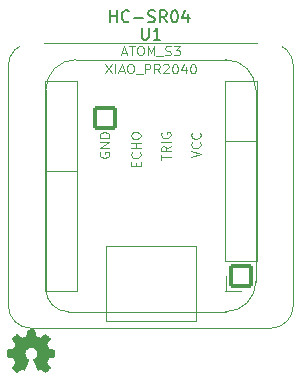
<source format=gto>
G04 #@! TF.GenerationSoftware,KiCad,Pcbnew,7.0.5-0*
G04 #@! TF.CreationDate,2024-01-10T22:08:28+09:00*
G04 #@! TF.ProjectId,Misawa_DistanceSensor,4d697361-7761-45f4-9469-7374616e6365,v0.3*
G04 #@! TF.SameCoordinates,Original*
G04 #@! TF.FileFunction,Legend,Top*
G04 #@! TF.FilePolarity,Positive*
%FSLAX46Y46*%
G04 Gerber Fmt 4.6, Leading zero omitted, Abs format (unit mm)*
G04 Created by KiCad (PCBNEW 7.0.5-0) date 2024-01-10 22:08:28*
%MOMM*%
%LPD*%
G01*
G04 APERTURE LIST*
G04 Aperture macros list*
%AMRoundRect*
0 Rectangle with rounded corners*
0 $1 Rounding radius*
0 $2 $3 $4 $5 $6 $7 $8 $9 X,Y pos of 4 corners*
0 Add a 4 corners polygon primitive as box body*
4,1,4,$2,$3,$4,$5,$6,$7,$8,$9,$2,$3,0*
0 Add four circle primitives for the rounded corners*
1,1,$1+$1,$2,$3*
1,1,$1+$1,$4,$5*
1,1,$1+$1,$6,$7*
1,1,$1+$1,$8,$9*
0 Add four rect primitives between the rounded corners*
20,1,$1+$1,$2,$3,$4,$5,0*
20,1,$1+$1,$4,$5,$6,$7,0*
20,1,$1+$1,$6,$7,$8,$9,0*
20,1,$1+$1,$8,$9,$2,$3,0*%
G04 Aperture macros list end*
%ADD10C,0.150000*%
%ADD11C,0.100000*%
%ADD12C,0.002540*%
%ADD13C,0.120000*%
%ADD14C,2.600000*%
%ADD15RoundRect,0.200000X-0.850000X-0.850000X0.850000X-0.850000X0.850000X0.850000X-0.850000X0.850000X0*%
%ADD16O,2.100000X2.100000*%
%ADD17RoundRect,0.200000X-0.850000X0.850000X-0.850000X-0.850000X0.850000X-0.850000X0.850000X0.850000X0*%
G04 APERTURE END LIST*
D10*
X113239667Y-97563819D02*
X113239667Y-96563819D01*
X113239667Y-97040009D02*
X113811095Y-97040009D01*
X113811095Y-97563819D02*
X113811095Y-96563819D01*
X114858714Y-97468580D02*
X114811095Y-97516200D01*
X114811095Y-97516200D02*
X114668238Y-97563819D01*
X114668238Y-97563819D02*
X114573000Y-97563819D01*
X114573000Y-97563819D02*
X114430143Y-97516200D01*
X114430143Y-97516200D02*
X114334905Y-97420961D01*
X114334905Y-97420961D02*
X114287286Y-97325723D01*
X114287286Y-97325723D02*
X114239667Y-97135247D01*
X114239667Y-97135247D02*
X114239667Y-96992390D01*
X114239667Y-96992390D02*
X114287286Y-96801914D01*
X114287286Y-96801914D02*
X114334905Y-96706676D01*
X114334905Y-96706676D02*
X114430143Y-96611438D01*
X114430143Y-96611438D02*
X114573000Y-96563819D01*
X114573000Y-96563819D02*
X114668238Y-96563819D01*
X114668238Y-96563819D02*
X114811095Y-96611438D01*
X114811095Y-96611438D02*
X114858714Y-96659057D01*
X115287286Y-97182866D02*
X116049191Y-97182866D01*
X116477762Y-97516200D02*
X116620619Y-97563819D01*
X116620619Y-97563819D02*
X116858714Y-97563819D01*
X116858714Y-97563819D02*
X116953952Y-97516200D01*
X116953952Y-97516200D02*
X117001571Y-97468580D01*
X117001571Y-97468580D02*
X117049190Y-97373342D01*
X117049190Y-97373342D02*
X117049190Y-97278104D01*
X117049190Y-97278104D02*
X117001571Y-97182866D01*
X117001571Y-97182866D02*
X116953952Y-97135247D01*
X116953952Y-97135247D02*
X116858714Y-97087628D01*
X116858714Y-97087628D02*
X116668238Y-97040009D01*
X116668238Y-97040009D02*
X116573000Y-96992390D01*
X116573000Y-96992390D02*
X116525381Y-96944771D01*
X116525381Y-96944771D02*
X116477762Y-96849533D01*
X116477762Y-96849533D02*
X116477762Y-96754295D01*
X116477762Y-96754295D02*
X116525381Y-96659057D01*
X116525381Y-96659057D02*
X116573000Y-96611438D01*
X116573000Y-96611438D02*
X116668238Y-96563819D01*
X116668238Y-96563819D02*
X116906333Y-96563819D01*
X116906333Y-96563819D02*
X117049190Y-96611438D01*
X118049190Y-97563819D02*
X117715857Y-97087628D01*
X117477762Y-97563819D02*
X117477762Y-96563819D01*
X117477762Y-96563819D02*
X117858714Y-96563819D01*
X117858714Y-96563819D02*
X117953952Y-96611438D01*
X117953952Y-96611438D02*
X118001571Y-96659057D01*
X118001571Y-96659057D02*
X118049190Y-96754295D01*
X118049190Y-96754295D02*
X118049190Y-96897152D01*
X118049190Y-96897152D02*
X118001571Y-96992390D01*
X118001571Y-96992390D02*
X117953952Y-97040009D01*
X117953952Y-97040009D02*
X117858714Y-97087628D01*
X117858714Y-97087628D02*
X117477762Y-97087628D01*
X118668238Y-96563819D02*
X118763476Y-96563819D01*
X118763476Y-96563819D02*
X118858714Y-96611438D01*
X118858714Y-96611438D02*
X118906333Y-96659057D01*
X118906333Y-96659057D02*
X118953952Y-96754295D01*
X118953952Y-96754295D02*
X119001571Y-96944771D01*
X119001571Y-96944771D02*
X119001571Y-97182866D01*
X119001571Y-97182866D02*
X118953952Y-97373342D01*
X118953952Y-97373342D02*
X118906333Y-97468580D01*
X118906333Y-97468580D02*
X118858714Y-97516200D01*
X118858714Y-97516200D02*
X118763476Y-97563819D01*
X118763476Y-97563819D02*
X118668238Y-97563819D01*
X118668238Y-97563819D02*
X118573000Y-97516200D01*
X118573000Y-97516200D02*
X118525381Y-97468580D01*
X118525381Y-97468580D02*
X118477762Y-97373342D01*
X118477762Y-97373342D02*
X118430143Y-97182866D01*
X118430143Y-97182866D02*
X118430143Y-96944771D01*
X118430143Y-96944771D02*
X118477762Y-96754295D01*
X118477762Y-96754295D02*
X118525381Y-96659057D01*
X118525381Y-96659057D02*
X118573000Y-96611438D01*
X118573000Y-96611438D02*
X118668238Y-96563819D01*
X119858714Y-96897152D02*
X119858714Y-97563819D01*
X119620619Y-96516200D02*
X119382524Y-97230485D01*
X119382524Y-97230485D02*
X120001571Y-97230485D01*
D11*
X115415847Y-109756734D02*
X115415847Y-109490068D01*
X115834895Y-109375782D02*
X115834895Y-109756734D01*
X115834895Y-109756734D02*
X115034895Y-109756734D01*
X115034895Y-109756734D02*
X115034895Y-109375782D01*
X115758704Y-108575781D02*
X115796800Y-108613877D01*
X115796800Y-108613877D02*
X115834895Y-108728162D01*
X115834895Y-108728162D02*
X115834895Y-108804353D01*
X115834895Y-108804353D02*
X115796800Y-108918639D01*
X115796800Y-108918639D02*
X115720609Y-108994829D01*
X115720609Y-108994829D02*
X115644419Y-109032924D01*
X115644419Y-109032924D02*
X115492038Y-109071020D01*
X115492038Y-109071020D02*
X115377752Y-109071020D01*
X115377752Y-109071020D02*
X115225371Y-109032924D01*
X115225371Y-109032924D02*
X115149180Y-108994829D01*
X115149180Y-108994829D02*
X115072990Y-108918639D01*
X115072990Y-108918639D02*
X115034895Y-108804353D01*
X115034895Y-108804353D02*
X115034895Y-108728162D01*
X115034895Y-108728162D02*
X115072990Y-108613877D01*
X115072990Y-108613877D02*
X115111085Y-108575781D01*
X115834895Y-108232924D02*
X115034895Y-108232924D01*
X115415847Y-108232924D02*
X115415847Y-107775781D01*
X115834895Y-107775781D02*
X115034895Y-107775781D01*
X115034895Y-107242448D02*
X115034895Y-107090067D01*
X115034895Y-107090067D02*
X115072990Y-107013877D01*
X115072990Y-107013877D02*
X115149180Y-106937686D01*
X115149180Y-106937686D02*
X115301561Y-106899591D01*
X115301561Y-106899591D02*
X115568228Y-106899591D01*
X115568228Y-106899591D02*
X115720609Y-106937686D01*
X115720609Y-106937686D02*
X115796800Y-107013877D01*
X115796800Y-107013877D02*
X115834895Y-107090067D01*
X115834895Y-107090067D02*
X115834895Y-107242448D01*
X115834895Y-107242448D02*
X115796800Y-107318639D01*
X115796800Y-107318639D02*
X115720609Y-107394829D01*
X115720609Y-107394829D02*
X115568228Y-107432925D01*
X115568228Y-107432925D02*
X115301561Y-107432925D01*
X115301561Y-107432925D02*
X115149180Y-107394829D01*
X115149180Y-107394829D02*
X115072990Y-107318639D01*
X115072990Y-107318639D02*
X115034895Y-107242448D01*
X112405990Y-108575687D02*
X112367895Y-108651877D01*
X112367895Y-108651877D02*
X112367895Y-108766163D01*
X112367895Y-108766163D02*
X112405990Y-108880449D01*
X112405990Y-108880449D02*
X112482180Y-108956639D01*
X112482180Y-108956639D02*
X112558371Y-108994734D01*
X112558371Y-108994734D02*
X112710752Y-109032830D01*
X112710752Y-109032830D02*
X112825038Y-109032830D01*
X112825038Y-109032830D02*
X112977419Y-108994734D01*
X112977419Y-108994734D02*
X113053609Y-108956639D01*
X113053609Y-108956639D02*
X113129800Y-108880449D01*
X113129800Y-108880449D02*
X113167895Y-108766163D01*
X113167895Y-108766163D02*
X113167895Y-108689972D01*
X113167895Y-108689972D02*
X113129800Y-108575687D01*
X113129800Y-108575687D02*
X113091704Y-108537591D01*
X113091704Y-108537591D02*
X112825038Y-108537591D01*
X112825038Y-108537591D02*
X112825038Y-108689972D01*
X113167895Y-108194734D02*
X112367895Y-108194734D01*
X112367895Y-108194734D02*
X113167895Y-107737591D01*
X113167895Y-107737591D02*
X112367895Y-107737591D01*
X113167895Y-107356639D02*
X112367895Y-107356639D01*
X112367895Y-107356639D02*
X112367895Y-107166163D01*
X112367895Y-107166163D02*
X112405990Y-107051877D01*
X112405990Y-107051877D02*
X112482180Y-106975687D01*
X112482180Y-106975687D02*
X112558371Y-106937592D01*
X112558371Y-106937592D02*
X112710752Y-106899496D01*
X112710752Y-106899496D02*
X112825038Y-106899496D01*
X112825038Y-106899496D02*
X112977419Y-106937592D01*
X112977419Y-106937592D02*
X113053609Y-106975687D01*
X113053609Y-106975687D02*
X113129800Y-107051877D01*
X113129800Y-107051877D02*
X113167895Y-107166163D01*
X113167895Y-107166163D02*
X113167895Y-107356639D01*
X120114895Y-108982020D02*
X120914895Y-108715353D01*
X120914895Y-108715353D02*
X120114895Y-108448687D01*
X120838704Y-107724877D02*
X120876800Y-107762973D01*
X120876800Y-107762973D02*
X120914895Y-107877258D01*
X120914895Y-107877258D02*
X120914895Y-107953449D01*
X120914895Y-107953449D02*
X120876800Y-108067735D01*
X120876800Y-108067735D02*
X120800609Y-108143925D01*
X120800609Y-108143925D02*
X120724419Y-108182020D01*
X120724419Y-108182020D02*
X120572038Y-108220116D01*
X120572038Y-108220116D02*
X120457752Y-108220116D01*
X120457752Y-108220116D02*
X120305371Y-108182020D01*
X120305371Y-108182020D02*
X120229180Y-108143925D01*
X120229180Y-108143925D02*
X120152990Y-108067735D01*
X120152990Y-108067735D02*
X120114895Y-107953449D01*
X120114895Y-107953449D02*
X120114895Y-107877258D01*
X120114895Y-107877258D02*
X120152990Y-107762973D01*
X120152990Y-107762973D02*
X120191085Y-107724877D01*
X120838704Y-106924877D02*
X120876800Y-106962973D01*
X120876800Y-106962973D02*
X120914895Y-107077258D01*
X120914895Y-107077258D02*
X120914895Y-107153449D01*
X120914895Y-107153449D02*
X120876800Y-107267735D01*
X120876800Y-107267735D02*
X120800609Y-107343925D01*
X120800609Y-107343925D02*
X120724419Y-107382020D01*
X120724419Y-107382020D02*
X120572038Y-107420116D01*
X120572038Y-107420116D02*
X120457752Y-107420116D01*
X120457752Y-107420116D02*
X120305371Y-107382020D01*
X120305371Y-107382020D02*
X120229180Y-107343925D01*
X120229180Y-107343925D02*
X120152990Y-107267735D01*
X120152990Y-107267735D02*
X120114895Y-107153449D01*
X120114895Y-107153449D02*
X120114895Y-107077258D01*
X120114895Y-107077258D02*
X120152990Y-106962973D01*
X120152990Y-106962973D02*
X120191085Y-106924877D01*
X117574895Y-109236020D02*
X117574895Y-108778877D01*
X118374895Y-109007449D02*
X117574895Y-109007449D01*
X118374895Y-108055067D02*
X117993942Y-108321734D01*
X118374895Y-108512210D02*
X117574895Y-108512210D01*
X117574895Y-108512210D02*
X117574895Y-108207448D01*
X117574895Y-108207448D02*
X117612990Y-108131258D01*
X117612990Y-108131258D02*
X117651085Y-108093163D01*
X117651085Y-108093163D02*
X117727276Y-108055067D01*
X117727276Y-108055067D02*
X117841561Y-108055067D01*
X117841561Y-108055067D02*
X117917752Y-108093163D01*
X117917752Y-108093163D02*
X117955847Y-108131258D01*
X117955847Y-108131258D02*
X117993942Y-108207448D01*
X117993942Y-108207448D02*
X117993942Y-108512210D01*
X118374895Y-107712210D02*
X117574895Y-107712210D01*
X117612990Y-106912211D02*
X117574895Y-106988401D01*
X117574895Y-106988401D02*
X117574895Y-107102687D01*
X117574895Y-107102687D02*
X117612990Y-107216973D01*
X117612990Y-107216973D02*
X117689180Y-107293163D01*
X117689180Y-107293163D02*
X117765371Y-107331258D01*
X117765371Y-107331258D02*
X117917752Y-107369354D01*
X117917752Y-107369354D02*
X118032038Y-107369354D01*
X118032038Y-107369354D02*
X118184419Y-107331258D01*
X118184419Y-107331258D02*
X118260609Y-107293163D01*
X118260609Y-107293163D02*
X118336800Y-107216973D01*
X118336800Y-107216973D02*
X118374895Y-107102687D01*
X118374895Y-107102687D02*
X118374895Y-107026496D01*
X118374895Y-107026496D02*
X118336800Y-106912211D01*
X118336800Y-106912211D02*
X118298704Y-106874115D01*
X118298704Y-106874115D02*
X118032038Y-106874115D01*
X118032038Y-106874115D02*
X118032038Y-107026496D01*
D10*
X115938095Y-98037819D02*
X115938095Y-98847342D01*
X115938095Y-98847342D02*
X115985714Y-98942580D01*
X115985714Y-98942580D02*
X116033333Y-98990200D01*
X116033333Y-98990200D02*
X116128571Y-99037819D01*
X116128571Y-99037819D02*
X116319047Y-99037819D01*
X116319047Y-99037819D02*
X116414285Y-98990200D01*
X116414285Y-98990200D02*
X116461904Y-98942580D01*
X116461904Y-98942580D02*
X116509523Y-98847342D01*
X116509523Y-98847342D02*
X116509523Y-98037819D01*
X117509523Y-99037819D02*
X116938095Y-99037819D01*
X117223809Y-99037819D02*
X117223809Y-98037819D01*
X117223809Y-98037819D02*
X117128571Y-98180676D01*
X117128571Y-98180676D02*
X117033333Y-98275914D01*
X117033333Y-98275914D02*
X116938095Y-98323533D01*
D11*
X114261904Y-100156323D02*
X114642857Y-100156323D01*
X114185714Y-100384895D02*
X114452381Y-99584895D01*
X114452381Y-99584895D02*
X114719047Y-100384895D01*
X114871428Y-99584895D02*
X115328571Y-99584895D01*
X115099999Y-100384895D02*
X115099999Y-99584895D01*
X115747619Y-99584895D02*
X115900000Y-99584895D01*
X115900000Y-99584895D02*
X115976190Y-99622990D01*
X115976190Y-99622990D02*
X116052381Y-99699180D01*
X116052381Y-99699180D02*
X116090476Y-99851561D01*
X116090476Y-99851561D02*
X116090476Y-100118228D01*
X116090476Y-100118228D02*
X116052381Y-100270609D01*
X116052381Y-100270609D02*
X115976190Y-100346800D01*
X115976190Y-100346800D02*
X115900000Y-100384895D01*
X115900000Y-100384895D02*
X115747619Y-100384895D01*
X115747619Y-100384895D02*
X115671428Y-100346800D01*
X115671428Y-100346800D02*
X115595238Y-100270609D01*
X115595238Y-100270609D02*
X115557142Y-100118228D01*
X115557142Y-100118228D02*
X115557142Y-99851561D01*
X115557142Y-99851561D02*
X115595238Y-99699180D01*
X115595238Y-99699180D02*
X115671428Y-99622990D01*
X115671428Y-99622990D02*
X115747619Y-99584895D01*
X116433333Y-100384895D02*
X116433333Y-99584895D01*
X116433333Y-99584895D02*
X116699999Y-100156323D01*
X116699999Y-100156323D02*
X116966666Y-99584895D01*
X116966666Y-99584895D02*
X116966666Y-100384895D01*
X117157143Y-100461085D02*
X117766666Y-100461085D01*
X117919047Y-100346800D02*
X118033333Y-100384895D01*
X118033333Y-100384895D02*
X118223809Y-100384895D01*
X118223809Y-100384895D02*
X118300000Y-100346800D01*
X118300000Y-100346800D02*
X118338095Y-100308704D01*
X118338095Y-100308704D02*
X118376190Y-100232514D01*
X118376190Y-100232514D02*
X118376190Y-100156323D01*
X118376190Y-100156323D02*
X118338095Y-100080133D01*
X118338095Y-100080133D02*
X118300000Y-100042038D01*
X118300000Y-100042038D02*
X118223809Y-100003942D01*
X118223809Y-100003942D02*
X118071428Y-99965847D01*
X118071428Y-99965847D02*
X117995238Y-99927752D01*
X117995238Y-99927752D02*
X117957143Y-99889657D01*
X117957143Y-99889657D02*
X117919047Y-99813466D01*
X117919047Y-99813466D02*
X117919047Y-99737276D01*
X117919047Y-99737276D02*
X117957143Y-99661085D01*
X117957143Y-99661085D02*
X117995238Y-99622990D01*
X117995238Y-99622990D02*
X118071428Y-99584895D01*
X118071428Y-99584895D02*
X118261905Y-99584895D01*
X118261905Y-99584895D02*
X118376190Y-99622990D01*
X118642857Y-99584895D02*
X119138095Y-99584895D01*
X119138095Y-99584895D02*
X118871429Y-99889657D01*
X118871429Y-99889657D02*
X118985714Y-99889657D01*
X118985714Y-99889657D02*
X119061905Y-99927752D01*
X119061905Y-99927752D02*
X119100000Y-99965847D01*
X119100000Y-99965847D02*
X119138095Y-100042038D01*
X119138095Y-100042038D02*
X119138095Y-100232514D01*
X119138095Y-100232514D02*
X119100000Y-100308704D01*
X119100000Y-100308704D02*
X119061905Y-100346800D01*
X119061905Y-100346800D02*
X118985714Y-100384895D01*
X118985714Y-100384895D02*
X118757143Y-100384895D01*
X118757143Y-100384895D02*
X118680952Y-100346800D01*
X118680952Y-100346800D02*
X118642857Y-100308704D01*
X112852380Y-101108895D02*
X113385714Y-101908895D01*
X113385714Y-101108895D02*
X112852380Y-101908895D01*
X113690476Y-101908895D02*
X113690476Y-101108895D01*
X114033332Y-101680323D02*
X114414285Y-101680323D01*
X113957142Y-101908895D02*
X114223809Y-101108895D01*
X114223809Y-101108895D02*
X114490475Y-101908895D01*
X114909523Y-101108895D02*
X115061904Y-101108895D01*
X115061904Y-101108895D02*
X115138094Y-101146990D01*
X115138094Y-101146990D02*
X115214285Y-101223180D01*
X115214285Y-101223180D02*
X115252380Y-101375561D01*
X115252380Y-101375561D02*
X115252380Y-101642228D01*
X115252380Y-101642228D02*
X115214285Y-101794609D01*
X115214285Y-101794609D02*
X115138094Y-101870800D01*
X115138094Y-101870800D02*
X115061904Y-101908895D01*
X115061904Y-101908895D02*
X114909523Y-101908895D01*
X114909523Y-101908895D02*
X114833332Y-101870800D01*
X114833332Y-101870800D02*
X114757142Y-101794609D01*
X114757142Y-101794609D02*
X114719046Y-101642228D01*
X114719046Y-101642228D02*
X114719046Y-101375561D01*
X114719046Y-101375561D02*
X114757142Y-101223180D01*
X114757142Y-101223180D02*
X114833332Y-101146990D01*
X114833332Y-101146990D02*
X114909523Y-101108895D01*
X115404761Y-101985085D02*
X116014284Y-101985085D01*
X116204761Y-101908895D02*
X116204761Y-101108895D01*
X116204761Y-101108895D02*
X116509523Y-101108895D01*
X116509523Y-101108895D02*
X116585713Y-101146990D01*
X116585713Y-101146990D02*
X116623808Y-101185085D01*
X116623808Y-101185085D02*
X116661904Y-101261276D01*
X116661904Y-101261276D02*
X116661904Y-101375561D01*
X116661904Y-101375561D02*
X116623808Y-101451752D01*
X116623808Y-101451752D02*
X116585713Y-101489847D01*
X116585713Y-101489847D02*
X116509523Y-101527942D01*
X116509523Y-101527942D02*
X116204761Y-101527942D01*
X117461904Y-101908895D02*
X117195237Y-101527942D01*
X117004761Y-101908895D02*
X117004761Y-101108895D01*
X117004761Y-101108895D02*
X117309523Y-101108895D01*
X117309523Y-101108895D02*
X117385713Y-101146990D01*
X117385713Y-101146990D02*
X117423808Y-101185085D01*
X117423808Y-101185085D02*
X117461904Y-101261276D01*
X117461904Y-101261276D02*
X117461904Y-101375561D01*
X117461904Y-101375561D02*
X117423808Y-101451752D01*
X117423808Y-101451752D02*
X117385713Y-101489847D01*
X117385713Y-101489847D02*
X117309523Y-101527942D01*
X117309523Y-101527942D02*
X117004761Y-101527942D01*
X117766665Y-101185085D02*
X117804761Y-101146990D01*
X117804761Y-101146990D02*
X117880951Y-101108895D01*
X117880951Y-101108895D02*
X118071427Y-101108895D01*
X118071427Y-101108895D02*
X118147618Y-101146990D01*
X118147618Y-101146990D02*
X118185713Y-101185085D01*
X118185713Y-101185085D02*
X118223808Y-101261276D01*
X118223808Y-101261276D02*
X118223808Y-101337466D01*
X118223808Y-101337466D02*
X118185713Y-101451752D01*
X118185713Y-101451752D02*
X117728570Y-101908895D01*
X117728570Y-101908895D02*
X118223808Y-101908895D01*
X118719047Y-101108895D02*
X118795237Y-101108895D01*
X118795237Y-101108895D02*
X118871428Y-101146990D01*
X118871428Y-101146990D02*
X118909523Y-101185085D01*
X118909523Y-101185085D02*
X118947618Y-101261276D01*
X118947618Y-101261276D02*
X118985713Y-101413657D01*
X118985713Y-101413657D02*
X118985713Y-101604133D01*
X118985713Y-101604133D02*
X118947618Y-101756514D01*
X118947618Y-101756514D02*
X118909523Y-101832704D01*
X118909523Y-101832704D02*
X118871428Y-101870800D01*
X118871428Y-101870800D02*
X118795237Y-101908895D01*
X118795237Y-101908895D02*
X118719047Y-101908895D01*
X118719047Y-101908895D02*
X118642856Y-101870800D01*
X118642856Y-101870800D02*
X118604761Y-101832704D01*
X118604761Y-101832704D02*
X118566666Y-101756514D01*
X118566666Y-101756514D02*
X118528570Y-101604133D01*
X118528570Y-101604133D02*
X118528570Y-101413657D01*
X118528570Y-101413657D02*
X118566666Y-101261276D01*
X118566666Y-101261276D02*
X118604761Y-101185085D01*
X118604761Y-101185085D02*
X118642856Y-101146990D01*
X118642856Y-101146990D02*
X118719047Y-101108895D01*
X119671428Y-101375561D02*
X119671428Y-101908895D01*
X119480952Y-101070800D02*
X119290475Y-101642228D01*
X119290475Y-101642228D02*
X119785714Y-101642228D01*
X120242857Y-101108895D02*
X120319047Y-101108895D01*
X120319047Y-101108895D02*
X120395238Y-101146990D01*
X120395238Y-101146990D02*
X120433333Y-101185085D01*
X120433333Y-101185085D02*
X120471428Y-101261276D01*
X120471428Y-101261276D02*
X120509523Y-101413657D01*
X120509523Y-101413657D02*
X120509523Y-101604133D01*
X120509523Y-101604133D02*
X120471428Y-101756514D01*
X120471428Y-101756514D02*
X120433333Y-101832704D01*
X120433333Y-101832704D02*
X120395238Y-101870800D01*
X120395238Y-101870800D02*
X120319047Y-101908895D01*
X120319047Y-101908895D02*
X120242857Y-101908895D01*
X120242857Y-101908895D02*
X120166666Y-101870800D01*
X120166666Y-101870800D02*
X120128571Y-101832704D01*
X120128571Y-101832704D02*
X120090476Y-101756514D01*
X120090476Y-101756514D02*
X120052380Y-101604133D01*
X120052380Y-101604133D02*
X120052380Y-101413657D01*
X120052380Y-101413657D02*
X120090476Y-101261276D01*
X120090476Y-101261276D02*
X120128571Y-101185085D01*
X120128571Y-101185085D02*
X120166666Y-101146990D01*
X120166666Y-101146990D02*
X120242857Y-101108895D01*
D12*
X106755900Y-123586760D02*
X106804160Y-123589300D01*
X106816860Y-123591840D01*
X106821940Y-123614700D01*
X106834640Y-123670580D01*
X106849880Y-123749320D01*
X106867660Y-123843300D01*
X106870200Y-123858540D01*
X106887980Y-123957600D01*
X106905760Y-124038880D01*
X106918460Y-124099840D01*
X106928620Y-124127780D01*
X106928620Y-124130320D01*
X106951480Y-124143020D01*
X107002280Y-124165880D01*
X107070860Y-124193820D01*
X107144520Y-124224300D01*
X107213100Y-124252240D01*
X107271520Y-124270020D01*
X107302000Y-124280180D01*
X107307080Y-124280180D01*
X107327400Y-124267480D01*
X107375660Y-124237000D01*
X107441700Y-124191280D01*
X107520440Y-124137940D01*
X107525520Y-124132860D01*
X107606800Y-124079520D01*
X107675380Y-124031260D01*
X107726180Y-123998240D01*
X107751580Y-123985540D01*
X107751580Y-123983000D01*
X107766820Y-123990620D01*
X107802380Y-124016020D01*
X107855720Y-124066820D01*
X107931920Y-124143020D01*
X107954780Y-124163340D01*
X108025900Y-124234460D01*
X108084320Y-124295420D01*
X108124960Y-124341140D01*
X108142740Y-124364000D01*
X108142740Y-124366540D01*
X108132580Y-124386860D01*
X108102100Y-124435120D01*
X108058920Y-124503700D01*
X108003040Y-124582440D01*
X108000500Y-124590060D01*
X107944620Y-124671340D01*
X107898900Y-124737380D01*
X107865880Y-124788180D01*
X107850640Y-124811040D01*
X107855720Y-124833900D01*
X107873500Y-124882160D01*
X107901440Y-124950740D01*
X107931920Y-125024400D01*
X107962400Y-125095520D01*
X107990340Y-125153940D01*
X108010660Y-125192040D01*
X108015740Y-125197120D01*
X108038600Y-125204740D01*
X108094480Y-125217440D01*
X108173220Y-125235220D01*
X108267200Y-125253000D01*
X108272280Y-125253000D01*
X108368800Y-125270780D01*
X108447540Y-125288560D01*
X108503420Y-125298720D01*
X108528820Y-125306340D01*
X108533900Y-125326660D01*
X108536440Y-125380000D01*
X108536440Y-125463820D01*
X108538980Y-125570500D01*
X108538980Y-125580660D01*
X108538980Y-125692420D01*
X108536440Y-125768620D01*
X108536440Y-125816880D01*
X108531360Y-125842280D01*
X108526280Y-125854980D01*
X108521200Y-125860060D01*
X108495800Y-125865140D01*
X108437380Y-125875300D01*
X108358640Y-125890540D01*
X108269740Y-125908320D01*
X108178300Y-125923560D01*
X108099560Y-125941340D01*
X108046220Y-125954040D01*
X108025900Y-125961660D01*
X108013200Y-125984520D01*
X107990340Y-126035320D01*
X107959860Y-126108980D01*
X107937000Y-126167400D01*
X107858260Y-126362980D01*
X108000500Y-126571260D01*
X108053840Y-126650000D01*
X108099560Y-126718580D01*
X108130040Y-126766840D01*
X108142740Y-126792240D01*
X108130040Y-126810020D01*
X108091940Y-126850660D01*
X108036060Y-126909080D01*
X107967480Y-126980200D01*
X107954780Y-126992900D01*
X107873500Y-127074180D01*
X107815080Y-127130060D01*
X107774440Y-127160540D01*
X107754120Y-127173240D01*
X107751580Y-127173240D01*
X107726180Y-127160540D01*
X107677920Y-127130060D01*
X107609340Y-127084340D01*
X107535680Y-127033540D01*
X107459480Y-126982740D01*
X107395980Y-126939560D01*
X107352800Y-126911620D01*
X107335020Y-126901460D01*
X107314700Y-126909080D01*
X107268980Y-126931940D01*
X107228340Y-126952260D01*
X107167380Y-126980200D01*
X107134360Y-126992900D01*
X107119120Y-126990360D01*
X107108960Y-126967500D01*
X107083560Y-126914160D01*
X107050540Y-126832880D01*
X107007360Y-126731280D01*
X106956560Y-126614440D01*
X106928620Y-126545860D01*
X106750820Y-126114060D01*
X106776220Y-126093740D01*
X106806700Y-126070880D01*
X106854960Y-126035320D01*
X106867660Y-126025160D01*
X106971800Y-125926100D01*
X107045460Y-125806720D01*
X107086100Y-125672100D01*
X107091180Y-125529860D01*
X107088640Y-125499380D01*
X107048000Y-125372380D01*
X106979420Y-125253000D01*
X106931160Y-125194580D01*
X106811780Y-125105680D01*
X106679700Y-125052340D01*
X106540000Y-125037100D01*
X106395220Y-125054880D01*
X106265680Y-125110760D01*
X106153920Y-125197120D01*
X106062480Y-125316500D01*
X106009140Y-125446040D01*
X105993900Y-125580660D01*
X106011680Y-125727980D01*
X106070100Y-125860060D01*
X106161540Y-125976900D01*
X106258060Y-126055640D01*
X106301240Y-126088660D01*
X106326640Y-126111520D01*
X106329180Y-126116600D01*
X106321560Y-126139460D01*
X106301240Y-126195340D01*
X106268220Y-126271540D01*
X106230120Y-126368060D01*
X106184400Y-126474740D01*
X106138680Y-126586500D01*
X106092960Y-126695720D01*
X106049780Y-126797320D01*
X106011680Y-126883680D01*
X105983740Y-126949720D01*
X105963420Y-126987820D01*
X105960880Y-126995440D01*
X105935480Y-126990360D01*
X105884680Y-126967500D01*
X105854200Y-126952260D01*
X105798320Y-126924320D01*
X105760220Y-126904000D01*
X105750060Y-126901460D01*
X105732280Y-126911620D01*
X105686560Y-126942100D01*
X105620520Y-126985280D01*
X105541780Y-127038620D01*
X105463040Y-127091960D01*
X105397000Y-127135140D01*
X105348740Y-127165620D01*
X105328420Y-127175780D01*
X105310640Y-127163080D01*
X105270000Y-127124980D01*
X105209040Y-127071640D01*
X105140460Y-127003060D01*
X105125220Y-126990360D01*
X105036320Y-126901460D01*
X104977900Y-126840500D01*
X104947420Y-126802400D01*
X104939800Y-126787160D01*
X104952500Y-126766840D01*
X104985520Y-126718580D01*
X105028700Y-126650000D01*
X105084580Y-126571260D01*
X105137920Y-126492520D01*
X105181100Y-126426480D01*
X105211580Y-126380760D01*
X105221740Y-126360440D01*
X105214120Y-126332500D01*
X105193800Y-126279160D01*
X105165860Y-126208040D01*
X105135380Y-126134380D01*
X105104900Y-126060720D01*
X105076960Y-125999760D01*
X105056640Y-125961660D01*
X105049020Y-125951500D01*
X105023620Y-125946420D01*
X104967740Y-125936260D01*
X104889000Y-125921020D01*
X104810260Y-125905780D01*
X104718820Y-125888000D01*
X104640080Y-125872760D01*
X104586740Y-125862600D01*
X104563880Y-125854980D01*
X104541020Y-125844820D01*
X104546100Y-125306340D01*
X104693420Y-125275860D01*
X104787400Y-125258080D01*
X104886460Y-125240300D01*
X104957580Y-125225060D01*
X105074420Y-125204740D01*
X105153160Y-125026940D01*
X105186180Y-124948200D01*
X105211580Y-124879620D01*
X105229360Y-124836440D01*
X105231900Y-124826280D01*
X105219200Y-124798340D01*
X105188720Y-124745000D01*
X105140460Y-124671340D01*
X105094740Y-124602760D01*
X105038860Y-124524020D01*
X104993140Y-124455440D01*
X104960120Y-124407180D01*
X104947420Y-124384320D01*
X104944880Y-124374160D01*
X104952500Y-124356380D01*
X104972820Y-124328440D01*
X105013460Y-124287800D01*
X105074420Y-124224300D01*
X105127760Y-124170960D01*
X105196340Y-124102380D01*
X105257300Y-124041420D01*
X105303020Y-124000780D01*
X105325880Y-123980460D01*
X105346200Y-123990620D01*
X105391920Y-124021100D01*
X105457960Y-124064280D01*
X105539240Y-124120160D01*
X105559560Y-124132860D01*
X105783080Y-124287800D01*
X105965960Y-124214140D01*
X106047240Y-124181120D01*
X106110740Y-124155720D01*
X106148840Y-124137940D01*
X106156460Y-124132860D01*
X106164080Y-124112540D01*
X106174240Y-124059200D01*
X106192020Y-123980460D01*
X106209800Y-123886480D01*
X106212340Y-123868700D01*
X106230120Y-123769640D01*
X106247900Y-123688360D01*
X106260600Y-123627400D01*
X106268220Y-123599460D01*
X106270760Y-123596920D01*
X106293620Y-123591840D01*
X106346960Y-123589300D01*
X106423160Y-123586760D01*
X106509520Y-123584220D01*
X106598420Y-123584220D01*
X106684780Y-123584220D01*
X106755900Y-123586760D01*
G36*
X106755900Y-123586760D02*
G01*
X106804160Y-123589300D01*
X106816860Y-123591840D01*
X106821940Y-123614700D01*
X106834640Y-123670580D01*
X106849880Y-123749320D01*
X106867660Y-123843300D01*
X106870200Y-123858540D01*
X106887980Y-123957600D01*
X106905760Y-124038880D01*
X106918460Y-124099840D01*
X106928620Y-124127780D01*
X106928620Y-124130320D01*
X106951480Y-124143020D01*
X107002280Y-124165880D01*
X107070860Y-124193820D01*
X107144520Y-124224300D01*
X107213100Y-124252240D01*
X107271520Y-124270020D01*
X107302000Y-124280180D01*
X107307080Y-124280180D01*
X107327400Y-124267480D01*
X107375660Y-124237000D01*
X107441700Y-124191280D01*
X107520440Y-124137940D01*
X107525520Y-124132860D01*
X107606800Y-124079520D01*
X107675380Y-124031260D01*
X107726180Y-123998240D01*
X107751580Y-123985540D01*
X107751580Y-123983000D01*
X107766820Y-123990620D01*
X107802380Y-124016020D01*
X107855720Y-124066820D01*
X107931920Y-124143020D01*
X107954780Y-124163340D01*
X108025900Y-124234460D01*
X108084320Y-124295420D01*
X108124960Y-124341140D01*
X108142740Y-124364000D01*
X108142740Y-124366540D01*
X108132580Y-124386860D01*
X108102100Y-124435120D01*
X108058920Y-124503700D01*
X108003040Y-124582440D01*
X108000500Y-124590060D01*
X107944620Y-124671340D01*
X107898900Y-124737380D01*
X107865880Y-124788180D01*
X107850640Y-124811040D01*
X107855720Y-124833900D01*
X107873500Y-124882160D01*
X107901440Y-124950740D01*
X107931920Y-125024400D01*
X107962400Y-125095520D01*
X107990340Y-125153940D01*
X108010660Y-125192040D01*
X108015740Y-125197120D01*
X108038600Y-125204740D01*
X108094480Y-125217440D01*
X108173220Y-125235220D01*
X108267200Y-125253000D01*
X108272280Y-125253000D01*
X108368800Y-125270780D01*
X108447540Y-125288560D01*
X108503420Y-125298720D01*
X108528820Y-125306340D01*
X108533900Y-125326660D01*
X108536440Y-125380000D01*
X108536440Y-125463820D01*
X108538980Y-125570500D01*
X108538980Y-125580660D01*
X108538980Y-125692420D01*
X108536440Y-125768620D01*
X108536440Y-125816880D01*
X108531360Y-125842280D01*
X108526280Y-125854980D01*
X108521200Y-125860060D01*
X108495800Y-125865140D01*
X108437380Y-125875300D01*
X108358640Y-125890540D01*
X108269740Y-125908320D01*
X108178300Y-125923560D01*
X108099560Y-125941340D01*
X108046220Y-125954040D01*
X108025900Y-125961660D01*
X108013200Y-125984520D01*
X107990340Y-126035320D01*
X107959860Y-126108980D01*
X107937000Y-126167400D01*
X107858260Y-126362980D01*
X108000500Y-126571260D01*
X108053840Y-126650000D01*
X108099560Y-126718580D01*
X108130040Y-126766840D01*
X108142740Y-126792240D01*
X108130040Y-126810020D01*
X108091940Y-126850660D01*
X108036060Y-126909080D01*
X107967480Y-126980200D01*
X107954780Y-126992900D01*
X107873500Y-127074180D01*
X107815080Y-127130060D01*
X107774440Y-127160540D01*
X107754120Y-127173240D01*
X107751580Y-127173240D01*
X107726180Y-127160540D01*
X107677920Y-127130060D01*
X107609340Y-127084340D01*
X107535680Y-127033540D01*
X107459480Y-126982740D01*
X107395980Y-126939560D01*
X107352800Y-126911620D01*
X107335020Y-126901460D01*
X107314700Y-126909080D01*
X107268980Y-126931940D01*
X107228340Y-126952260D01*
X107167380Y-126980200D01*
X107134360Y-126992900D01*
X107119120Y-126990360D01*
X107108960Y-126967500D01*
X107083560Y-126914160D01*
X107050540Y-126832880D01*
X107007360Y-126731280D01*
X106956560Y-126614440D01*
X106928620Y-126545860D01*
X106750820Y-126114060D01*
X106776220Y-126093740D01*
X106806700Y-126070880D01*
X106854960Y-126035320D01*
X106867660Y-126025160D01*
X106971800Y-125926100D01*
X107045460Y-125806720D01*
X107086100Y-125672100D01*
X107091180Y-125529860D01*
X107088640Y-125499380D01*
X107048000Y-125372380D01*
X106979420Y-125253000D01*
X106931160Y-125194580D01*
X106811780Y-125105680D01*
X106679700Y-125052340D01*
X106540000Y-125037100D01*
X106395220Y-125054880D01*
X106265680Y-125110760D01*
X106153920Y-125197120D01*
X106062480Y-125316500D01*
X106009140Y-125446040D01*
X105993900Y-125580660D01*
X106011680Y-125727980D01*
X106070100Y-125860060D01*
X106161540Y-125976900D01*
X106258060Y-126055640D01*
X106301240Y-126088660D01*
X106326640Y-126111520D01*
X106329180Y-126116600D01*
X106321560Y-126139460D01*
X106301240Y-126195340D01*
X106268220Y-126271540D01*
X106230120Y-126368060D01*
X106184400Y-126474740D01*
X106138680Y-126586500D01*
X106092960Y-126695720D01*
X106049780Y-126797320D01*
X106011680Y-126883680D01*
X105983740Y-126949720D01*
X105963420Y-126987820D01*
X105960880Y-126995440D01*
X105935480Y-126990360D01*
X105884680Y-126967500D01*
X105854200Y-126952260D01*
X105798320Y-126924320D01*
X105760220Y-126904000D01*
X105750060Y-126901460D01*
X105732280Y-126911620D01*
X105686560Y-126942100D01*
X105620520Y-126985280D01*
X105541780Y-127038620D01*
X105463040Y-127091960D01*
X105397000Y-127135140D01*
X105348740Y-127165620D01*
X105328420Y-127175780D01*
X105310640Y-127163080D01*
X105270000Y-127124980D01*
X105209040Y-127071640D01*
X105140460Y-127003060D01*
X105125220Y-126990360D01*
X105036320Y-126901460D01*
X104977900Y-126840500D01*
X104947420Y-126802400D01*
X104939800Y-126787160D01*
X104952500Y-126766840D01*
X104985520Y-126718580D01*
X105028700Y-126650000D01*
X105084580Y-126571260D01*
X105137920Y-126492520D01*
X105181100Y-126426480D01*
X105211580Y-126380760D01*
X105221740Y-126360440D01*
X105214120Y-126332500D01*
X105193800Y-126279160D01*
X105165860Y-126208040D01*
X105135380Y-126134380D01*
X105104900Y-126060720D01*
X105076960Y-125999760D01*
X105056640Y-125961660D01*
X105049020Y-125951500D01*
X105023620Y-125946420D01*
X104967740Y-125936260D01*
X104889000Y-125921020D01*
X104810260Y-125905780D01*
X104718820Y-125888000D01*
X104640080Y-125872760D01*
X104586740Y-125862600D01*
X104563880Y-125854980D01*
X104541020Y-125844820D01*
X104546100Y-125306340D01*
X104693420Y-125275860D01*
X104787400Y-125258080D01*
X104886460Y-125240300D01*
X104957580Y-125225060D01*
X105074420Y-125204740D01*
X105153160Y-125026940D01*
X105186180Y-124948200D01*
X105211580Y-124879620D01*
X105229360Y-124836440D01*
X105231900Y-124826280D01*
X105219200Y-124798340D01*
X105188720Y-124745000D01*
X105140460Y-124671340D01*
X105094740Y-124602760D01*
X105038860Y-124524020D01*
X104993140Y-124455440D01*
X104960120Y-124407180D01*
X104947420Y-124384320D01*
X104944880Y-124374160D01*
X104952500Y-124356380D01*
X104972820Y-124328440D01*
X105013460Y-124287800D01*
X105074420Y-124224300D01*
X105127760Y-124170960D01*
X105196340Y-124102380D01*
X105257300Y-124041420D01*
X105303020Y-124000780D01*
X105325880Y-123980460D01*
X105346200Y-123990620D01*
X105391920Y-124021100D01*
X105457960Y-124064280D01*
X105539240Y-124120160D01*
X105559560Y-124132860D01*
X105783080Y-124287800D01*
X105965960Y-124214140D01*
X106047240Y-124181120D01*
X106110740Y-124155720D01*
X106148840Y-124137940D01*
X106156460Y-124132860D01*
X106164080Y-124112540D01*
X106174240Y-124059200D01*
X106192020Y-123980460D01*
X106209800Y-123886480D01*
X106212340Y-123868700D01*
X106230120Y-123769640D01*
X106247900Y-123688360D01*
X106260600Y-123627400D01*
X106268220Y-123599460D01*
X106270760Y-123596920D01*
X106293620Y-123591840D01*
X106346960Y-123589300D01*
X106423160Y-123586760D01*
X106509520Y-123584220D01*
X106598420Y-123584220D01*
X106684780Y-123584220D01*
X106755900Y-123586760D01*
G37*
D11*
X104635000Y-121570000D02*
X104635000Y-101250000D01*
X106540000Y-99345000D02*
X126860000Y-99345000D01*
D13*
X107750000Y-102520000D02*
X107750000Y-120360000D01*
X107750000Y-102520000D02*
X110410000Y-102520000D01*
X107750000Y-120360000D02*
X110410000Y-120360000D01*
X107809999Y-103281999D02*
X107809999Y-120173000D01*
D11*
X107810000Y-110140000D02*
X110350000Y-110140000D01*
D13*
X109715000Y-122078001D02*
X123050000Y-122078000D01*
X110410000Y-102520000D02*
X110410000Y-120360000D01*
X122990000Y-102520000D02*
X122990000Y-117760000D01*
X122990000Y-102520000D02*
X125650000Y-102520000D01*
X122990000Y-117760000D02*
X125650000Y-117760000D01*
X123020000Y-120300000D02*
X124350000Y-120300000D01*
X123050000Y-100742000D02*
X110349999Y-100741999D01*
D11*
X123050000Y-107600000D02*
X125590000Y-107600000D01*
D13*
X123050000Y-120300000D02*
X123050000Y-119030000D01*
X125590000Y-103282000D02*
X125590000Y-119538000D01*
X125650000Y-102520000D02*
X125650000Y-117760000D01*
D11*
X126860000Y-123475000D02*
X106540000Y-123475000D01*
X128765000Y-101250000D02*
X128765000Y-121570000D01*
D13*
X112890000Y-116490000D02*
X120510000Y-116490000D01*
X120510000Y-116490000D02*
X120510000Y-122840000D01*
X120510000Y-122840000D02*
X112890000Y-122840000D01*
X112890000Y-122840000D02*
X112890000Y-116490000D01*
D11*
X106540000Y-99345000D02*
G75*
G03*
X104635000Y-101250000I1J-1905001D01*
G01*
X104635000Y-121570000D02*
G75*
G03*
X106540000Y-123475000I1905001J1D01*
G01*
X106540000Y-123475000D02*
G75*
G03*
X106540000Y-123475000I0J0D01*
G01*
D13*
X110349999Y-100741999D02*
G75*
G03*
X107809999Y-103281999I1J-2540001D01*
G01*
X107809999Y-120173000D02*
G75*
G03*
X109715000Y-122078001I1905001J0D01*
G01*
X125590000Y-103282000D02*
G75*
G03*
X123050000Y-100742000I-2540001J-1D01*
G01*
X123050000Y-122078000D02*
G75*
G03*
X125590000Y-119538000I-1J2540001D01*
G01*
D11*
X128765000Y-101250000D02*
G75*
G03*
X126860000Y-99345000I-1905000J0D01*
G01*
X126860000Y-123475000D02*
G75*
G03*
X128765000Y-121570000I0J1905000D01*
G01*
%LPC*%
D14*
X106540000Y-130460000D03*
X126860000Y-130460000D03*
X126860000Y-98710000D03*
X106540000Y-98710000D03*
D15*
X124320000Y-119030000D03*
D16*
X124320000Y-116490000D03*
X124320000Y-113950000D03*
X124320000Y-111410000D03*
X124320000Y-108870000D03*
X124320000Y-106330000D03*
X124320000Y-103790000D03*
X109080000Y-103790000D03*
X109080000Y-106330000D03*
X109080000Y-108870000D03*
X109080000Y-111410000D03*
X109080000Y-113950000D03*
X109080000Y-116490000D03*
X109080000Y-119030000D03*
D17*
X112850000Y-105650000D03*
D16*
X115390000Y-105650000D03*
X117930000Y-105650000D03*
X120470000Y-105650000D03*
%LPD*%
M02*

</source>
